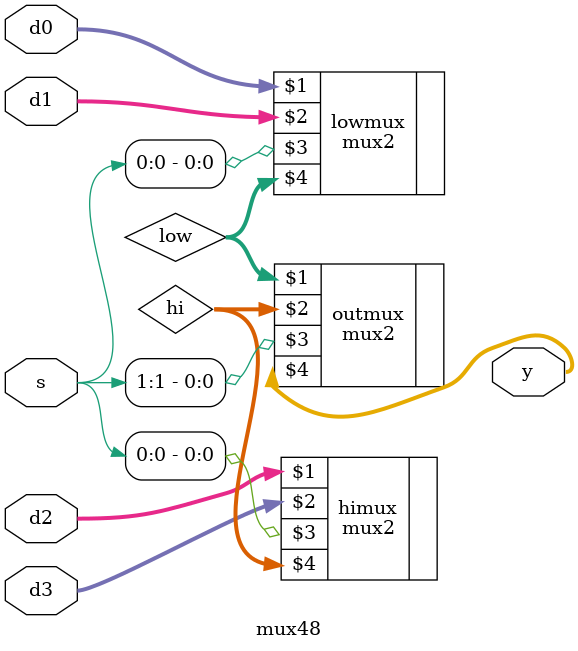
<source format=sv>
/*
 * Project name   :
 * File name      : mux48.sv
 * Created date   : Th11 21 2019
 * Author         : Van-Nam DINH 
 * Last modified  : Th11 21 2019 18:39
 * Desc           :
 */

module mux48(
    input   logic[7:0] d0, d1, d2, d3,
    input   logic[1:0] s,
    output  logic[7:0] y);
    logic[7:0] low, hi;

    mux2    lowmux(d0,d1,s[0],low);
    mux2    himux(d2,d3,s[0],hi);
    mux2    outmux(low,hi,s[1],y);
    endmodule

</source>
